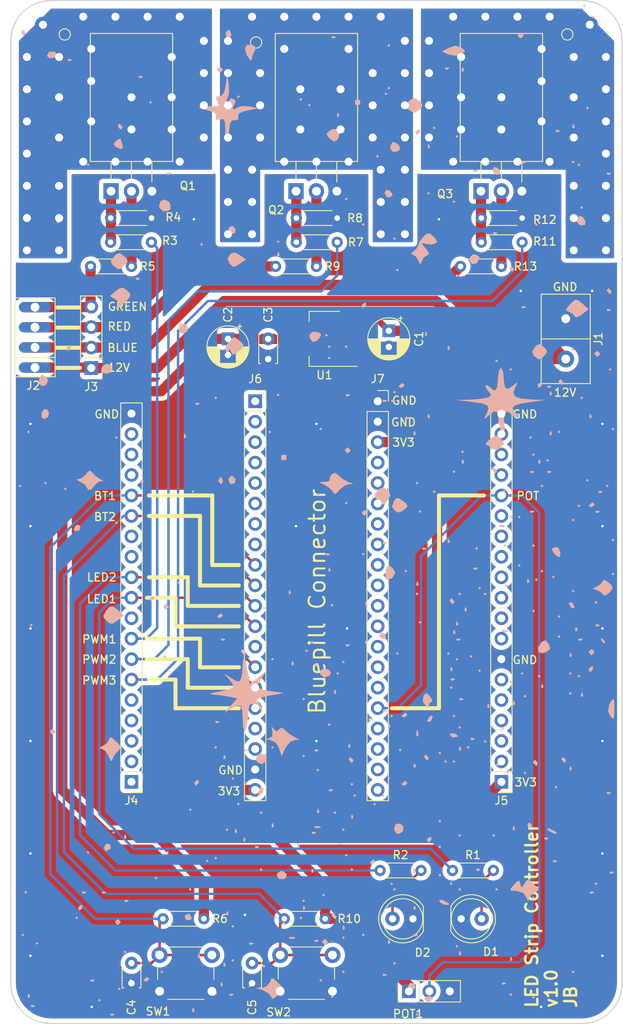
<source format=kicad_pcb>
(kicad_pcb (version 20171130) (host pcbnew "(5.1.6)-1")
  (layers (0 F.Cu signal) (31 B.Cu signal) (34 B.Paste user) (35 F.Paste user) (36 B.SilkS user) (37 F.SilkS user) (38 B.Mask user) (39 F.Mask user) (44 Edge.Cuts user))
  (net 0 "")
  (net 1 GND)
  (net 2 +12V)
  (net 3 +3V3)
  (net 4 /BT1)
  (net 5 /BT2)
  (net 6 "Net-(D1-Pad2)")
  (net 7 "Net-(D2-Pad2)")
  (net 8 /LED_B)
  (net 9 /LED_R)
  (net 10 /LED_G)
  (net 11 "Net-(J4-Pad1)")
  (net 12 "Net-(J4-Pad2)")
  (net 13 "Net-(J4-Pad3)")
  (net 14 "Net-(J4-Pad4)")
  (net 15 "Net-(J4-Pad5)")
  (net 16 /PWM1)
  (net 17 /PWM2)
  (net 18 /PWM3)
  (net 19 "Net-(J4-Pad9)")
  (net 20 /LED1)
  (net 21 /LED2)
  (net 22 "Net-(J4-Pad12)")
  (net 23 "Net-(J4-Pad13)")
  (net 24 "Net-(J4-Pad16)")
  (net 25 "Net-(J4-Pad17)")
  (net 26 "Net-(J4-Pad18)")
  (net 27 "Net-(J5-Pad18)")
  (net 28 "Net-(J5-Pad17)")
  (net 29 "Net-(J5-Pad16)")
  (net 30 /ADC1)
  (net 31 "Net-(J5-Pad14)")
  (net 32 "Net-(J5-Pad13)")
  (net 33 "Net-(J5-Pad12)")
  (net 34 "Net-(J5-Pad11)")
  (net 35 "Net-(J5-Pad10)")
  (net 36 "Net-(J5-Pad9)")
  (net 37 "Net-(J5-Pad8)")
  (net 38 "Net-(J5-Pad6)")
  (net 39 "Net-(J5-Pad5)")
  (net 40 "Net-(J5-Pad4)")
  (net 41 "Net-(J5-Pad3)")
  (net 42 "Net-(J5-Pad2)")
  (net 43 "Net-(Q1-Pad2)")
  (net 44 "Net-(Q1-Pad1)")
  (net 45 "Net-(Q2-Pad1)")
  (net 46 "Net-(Q2-Pad2)")
  (net 47 "Net-(Q3-Pad1)")
  (net 48 "Net-(Q3-Pad2)")
  (net 49 /thermal)
  (net 50 "Net-(J6-Pad18)")
  (net 51 "Net-(J6-Pad17)")
  (net 52 "Net-(J6-Pad13)")
  (net 53 "Net-(J6-Pad8)")
  (net 54 "Net-(J6-Pad7)")
  (net 55 "Net-(J6-Pad6)")
  (net 56 "Net-(J6-Pad5)")
  (net 57 "Net-(J6-Pad4)")
  (net 58 "Net-(J6-Pad3)")
  (net 59 "Net-(J6-Pad2)")
  (net 60 "Net-(J6-Pad1)")
  (net 61 "Net-(J7-Pad20)")
  (net 62 "Net-(J7-Pad19)")
  (net 63 "Net-(J7-Pad18)")
  (net 64 "Net-(J7-Pad17)")
  (net 65 "Net-(J7-Pad15)")
  (net 66 "Net-(J7-Pad14)")
  (net 67 "Net-(J7-Pad13)")
  (net 68 "Net-(J7-Pad12)")
  (net 69 "Net-(J7-Pad11)")
  (net 70 "Net-(J7-Pad10)")
  (net 71 "Net-(J7-Pad9)")
  (net 72 "Net-(J7-Pad8)")
  (net 73 "Net-(J7-Pad7)")
  (net 74 "Net-(J7-Pad6)")
  (net 75 "Net-(J7-Pad5)")
  (net 76 "Net-(J7-Pad4)")
  (module LED_Strip_Controller:sky (layer B.Cu) (at 119 87.9 180)
    (fp_text reference G*** hide)
    (fp_text value LOGO hide)
  )
  (module LED_Strip_Controller:alien (layer F.Cu) (at 89.9 138.9)
    (fp_text reference G*** hide)
    (fp_text value LOGO hide)
  )
  (module Connector_PinSocket_2.54mm:PinSocket_1x20_P2.54mm_Vertical (layer F.Cu) (at 126.62 74.74)
    (fp_text reference J7 (at 0 -2.77) (layer F.SilkS) (effects (font (thickness 0.16))))
    (fp_text value Conn_01x20_Male)
    (pad 20 thru_hole oval (at 0 48.26) (size 1.7 1.7) (drill 1) (layers *.Cu *.Mask) (net 61 "Net-(J7-Pad20)"))
    (pad 19 thru_hole oval (at 0 45.72) (size 1.7 1.7) (drill 1) (layers *.Cu *.Mask) (net 62 "Net-(J7-Pad19)"))
    (pad 18 thru_hole oval (at 0 43.18) (size 1.7 1.7) (drill 1) (layers *.Cu *.Mask) (net 63 "Net-(J7-Pad18)"))
    (pad 17 thru_hole oval (at 0 40.64) (size 1.7 1.7) (drill 1) (layers *.Cu *.Mask) (net 64 "Net-(J7-Pad17)"))
    (pad 16 thru_hole oval (at 0 38.1) (size 1.7 1.7) (drill 1) (layers *.Cu *.Mask) (net 30 /ADC1))
    (pad 15 thru_hole oval (at 0 35.56) (size 1.7 1.7) (drill 1) (layers *.Cu *.Mask) (net 65 "Net-(J7-Pad15)"))
    (pad 14 thru_hole oval (at 0 33.02) (size 1.7 1.7) (drill 1) (layers *.Cu *.Mask) (net 66 "Net-(J7-Pad14)"))
    (pad 13 thru_hole oval (at 0 30.48) (size 1.7 1.7) (drill 1) (layers *.Cu *.Mask) (net 67 "Net-(J7-Pad13)"))
    (pad 12 thru_hole oval (at 0 27.94) (size 1.7 1.7) (drill 1) (layers *.Cu *.Mask) (net 68 "Net-(J7-Pad12)"))
    (pad 11 thru_hole oval (at 0 25.4) (size 1.7 1.7) (drill 1) (layers *.Cu *.Mask) (net 69 "Net-(J7-Pad11)"))
    (pad 10 thru_hole oval (at 0 22.86) (size 1.7 1.7) (drill 1) (layers *.Cu *.Mask) (net 70 "Net-(J7-Pad10)"))
    (pad 9 thru_hole oval (at 0 20.32) (size 1.7 1.7) (drill 1) (layers *.Cu *.Mask) (net 71 "Net-(J7-Pad9)"))
    (pad 8 thru_hole oval (at 0 17.78) (size 1.7 1.7) (drill 1) (layers *.Cu *.Mask) (net 72 "Net-(J7-Pad8)"))
    (pad 7 thru_hole oval (at 0 15.24) (size 1.7 1.7) (drill 1) (layers *.Cu *.Mask) (net 73 "Net-(J7-Pad7)"))
    (pad 6 thru_hole oval (at 0 12.7) (size 1.7 1.7) (drill 1) (layers *.Cu *.Mask) (net 74 "Net-(J7-Pad6)"))
    (pad 5 thru_hole oval (at 0 10.16) (size 1.7 1.7) (drill 1) (layers *.Cu *.Mask) (net 75 "Net-(J7-Pad5)"))
    (pad 4 thru_hole oval (at 0 7.62) (size 1.7 1.7) (drill 1) (layers *.Cu *.Mask) (net 76 "Net-(J7-Pad4)"))
    (pad 3 thru_hole oval (at 0 5.08) (size 1.7 1.7) (drill 1) (layers *.Cu *.Mask) (net 3 +3V3))
    (pad 2 thru_hole oval (at 0 2.54) (size 1.7 1.7) (drill 1) (layers *.Cu *.Mask) (net 1 GND))
    (pad 1 thru_hole rect (at 0 0) (size 1.7 1.7) (drill 1) (layers *.Cu *.Mask) (net 1 GND))
  )
  (module Connector_PinSocket_2.54mm:PinSocket_1x20_P2.54mm_Vertical (layer F.Cu) (at 111.38 74.74)
    (fp_text reference J6 (at 0 -2.77) (layer F.SilkS) (effects (font (thickness 0.16))))
    (fp_text value Conn_01x20_Male)
    (pad 20 thru_hole oval (at 0 48.26) (size 1.7 1.7) (drill 1) (layers *.Cu *.Mask) (net 3 +3V3))
    (pad 19 thru_hole oval (at 0 45.72) (size 1.7 1.7) (drill 1) (layers *.Cu *.Mask) (net 1 GND))
    (pad 18 thru_hole oval (at 0 43.18) (size 1.7 1.7) (drill 1) (layers *.Cu *.Mask) (net 50 "Net-(J6-Pad18)"))
    (pad 17 thru_hole oval (at 0 40.64) (size 1.7 1.7) (drill 1) (layers *.Cu *.Mask) (net 51 "Net-(J6-Pad17)"))
    (pad 16 thru_hole oval (at 0 38.1) (size 1.7 1.7) (drill 1) (layers *.Cu *.Mask) (net 18 /PWM3))
    (pad 15 thru_hole oval (at 0 35.56) (size 1.7 1.7) (drill 1) (layers *.Cu *.Mask) (net 17 /PWM2))
    (pad 14 thru_hole oval (at 0 33.02) (size 1.7 1.7) (drill 1) (layers *.Cu *.Mask) (net 16 /PWM1))
    (pad 13 thru_hole oval (at 0 30.48) (size 1.7 1.7) (drill 1) (layers *.Cu *.Mask) (net 52 "Net-(J6-Pad13)"))
    (pad 12 thru_hole oval (at 0 27.94) (size 1.7 1.7) (drill 1) (layers *.Cu *.Mask) (net 20 /LED1))
    (pad 11 thru_hole oval (at 0 25.4) (size 1.7 1.7) (drill 1) (layers *.Cu *.Mask) (net 21 /LED2))
    (pad 10 thru_hole oval (at 0 22.86) (size 1.7 1.7) (drill 1) (layers *.Cu *.Mask) (net 5 /BT2))
    (pad 9 thru_hole oval (at 0 20.32) (size 1.7 1.7) (drill 1) (layers *.Cu *.Mask) (net 4 /BT1))
    (pad 8 thru_hole oval (at 0 17.78) (size 1.7 1.7) (drill 1) (layers *.Cu *.Mask) (net 53 "Net-(J6-Pad8)"))
    (pad 7 thru_hole oval (at 0 15.24) (size 1.7 1.7) (drill 1) (layers *.Cu *.Mask) (net 54 "Net-(J6-Pad7)"))
    (pad 6 thru_hole oval (at 0 12.7) (size 1.7 1.7) (drill 1) (layers *.Cu *.Mask) (net 55 "Net-(J6-Pad6)"))
    (pad 5 thru_hole oval (at 0 10.16) (size 1.7 1.7) (drill 1) (layers *.Cu *.Mask) (net 56 "Net-(J6-Pad5)"))
    (pad 4 thru_hole oval (at 0 7.62) (size 1.7 1.7) (drill 1) (layers *.Cu *.Mask) (net 57 "Net-(J6-Pad4)"))
    (pad 3 thru_hole oval (at 0 5.08) (size 1.7 1.7) (drill 1) (layers *.Cu *.Mask) (net 58 "Net-(J6-Pad3)"))
    (pad 2 thru_hole oval (at 0 2.54) (size 1.7 1.7) (drill 1) (layers *.Cu *.Mask) (net 59 "Net-(J6-Pad2)"))
    (pad 1 thru_hole rect (at 0 0) (size 1.7 1.7) (drill 1) (layers *.Cu *.Mask) (net 60 "Net-(J6-Pad1)"))
  )
  (module TestPoint:TestPoint_Pad_D1.0mm (layer F.Cu) (at 150.2 29.2)
    (fp_text reference H3 hide)
    (fp_text value MountingHole_Pad)
    (pad 1 smd circle (at 0 0) (size 1 1) (layers F.Cu F.Mask) (net 49 /thermal))
  )
  (module TestPoint:TestPoint_Pad_D1.0mm (layer F.Cu) (at 111.5 30.2)
    (fp_text reference H2 hide)
    (fp_text value MountingHole_Pad)
    (pad 1 smd circle (at 0 0) (size 1 1) (layers F.Cu F.Mask) (net 49 /thermal))
  )
  (module TestPoint:TestPoint_Pad_D1.0mm (layer F.Cu) (at 87.7 29.2)
    (fp_text reference H1 hide)
    (fp_text value MountingHole_Pad)
    (pad 1 smd circle (at 0 0) (size 1 1) (layers F.Cu F.Mask) (net 49 /thermal))
  )
  (module LED_Strip_Controller:SIP-4 (layer F.Cu) (at 84 66.81 90)
    (fp_text reference J2 (at -5.99 -0.2) (layer F.SilkS) (effects (font (thickness 0.16))))
    (fp_text value Conn_01x04_Male)
    (pad 4 thru_hole oval (at 3.75 0 90) (size 1.3 4) (drill 1.1) (layers *.Cu *.Mask) (net 10 /LED_G))
    (pad 3 thru_hole oval (at 1.25 0 90) (size 1.3 4) (drill 1.1) (layers *.Cu *.Mask) (net 9 /LED_R))
    (pad 2 thru_hole oval (at -1.25 0 90) (size 1.3 4) (drill 1.1) (layers *.Cu *.Mask) (net 8 /LED_B))
    (pad 1 thru_hole oval (at -3.75 0 90) (size 1.3 4) (drill 1.1) (layers *.Cu *.Mask) (net 2 +12V))
  )
  (module Capacitor_THT:CP_Radial_D5.0mm_P2.00mm (layer F.Cu) (at 128 66 270)
    (fp_text reference C1 (at 1 -3.75 90) (layer F.SilkS) (effects (font (thickness 0.16))))
    (fp_text value CP)
    (pad 2 thru_hole circle (at 2 0 270) (size 1.6 1.6) (drill 0.8) (layers *.Cu *.Mask) (net 1 GND))
    (pad 1 thru_hole rect (at 0 0 270) (size 1.6 1.6) (drill 0.8) (layers *.Cu *.Mask) (net 2 +12V))
  )
  (module Capacitor_THT:CP_Radial_D5.0mm_P2.00mm (layer F.Cu) (at 108 67 270)
    (fp_text reference C2 (at -3 0 90) (layer F.SilkS) (effects (font (thickness 0.16))))
    (fp_text value CP)
    (pad 1 thru_hole rect (at 0 0 270) (size 1.6 1.6) (drill 0.8) (layers *.Cu *.Mask) (net 3 +3V3))
    (pad 2 thru_hole circle (at 2 0 270) (size 1.6 1.6) (drill 0.8) (layers *.Cu *.Mask) (net 1 GND))
  )
  (module Capacitor_THT:C_Disc_D3.4mm_W2.1mm_P2.50mm (layer F.Cu) (at 113 67 270)
    (fp_text reference C3 (at -3 0 90) (layer F.SilkS) (effects (font (thickness 0.16))))
    (fp_text value C)
    (pad 1 thru_hole circle (at 0 0 270) (size 1.6 1.6) (drill 0.8) (layers *.Cu *.Mask) (net 3 +3V3))
    (pad 2 thru_hole circle (at 2.5 0 270) (size 1.6 1.6) (drill 0.8) (layers *.Cu *.Mask) (net 1 GND))
  )
  (module Capacitor_THT:C_Disc_D3.4mm_W2.1mm_P2.50mm (layer F.Cu) (at 96 144.5 270)
    (fp_text reference C4 (at 5.5 0 90) (layer F.SilkS) (effects (font (thickness 0.16))))
    (fp_text value C)
    (pad 1 thru_hole circle (at 0 0 270) (size 1.6 1.6) (drill 0.8) (layers *.Cu *.Mask) (net 4 /BT1))
    (pad 2 thru_hole circle (at 2.5 0 270) (size 1.6 1.6) (drill 0.8) (layers *.Cu *.Mask) (net 1 GND))
  )
  (module Capacitor_THT:C_Disc_D3.4mm_W2.1mm_P2.50mm (layer F.Cu) (at 111 144.5 270)
    (fp_text reference C5 (at 5.5 0 90) (layer F.SilkS) (effects (font (thickness 0.16))))
    (fp_text value C)
    (pad 2 thru_hole circle (at 2.5 0 270) (size 1.6 1.6) (drill 0.8) (layers *.Cu *.Mask) (net 1 GND))
    (pad 1 thru_hole circle (at 0 0 270) (size 1.6 1.6) (drill 0.8) (layers *.Cu *.Mask) (net 5 /BT2))
  )
  (module LED_THT:LED_D5.0mm (layer F.Cu) (at 137 139)
    (fp_text reference D1 (at 3.7 4.1) (layer F.SilkS) (effects (font (thickness 0.16))))
    (fp_text value LED)
    (pad 2 thru_hole circle (at 2.54 0) (size 1.8 1.8) (drill 0.9) (layers *.Cu *.Mask) (net 6 "Net-(D1-Pad2)"))
    (pad 1 thru_hole rect (at 0 0) (size 1.8 1.8) (drill 0.9) (layers *.Cu *.Mask) (net 1 GND))
  )
  (module LED_THT:LED_D5.0mm (layer F.Cu) (at 131 139 180)
    (fp_text reference D2 (at -1.2 -4.2) (layer F.SilkS) (effects (font (thickness 0.16))))
    (fp_text value LED)
    (pad 1 thru_hole rect (at 0 0 180) (size 1.8 1.8) (drill 0.9) (layers *.Cu *.Mask) (net 1 GND))
    (pad 2 thru_hole circle (at 2.54 0 180) (size 1.8 1.8) (drill 0.9) (layers *.Cu *.Mask) (net 7 "Net-(D2-Pad2)"))
  )
  (module LED_Strip_Controller:SIP-2 (layer F.Cu) (at 150 67 90)
    (fp_text reference J1 (at 0 4.05 90) (layer F.SilkS) (effects (font (thickness 0.16))))
    (fp_text value Conn_01x02_Male)
    (pad 1 thru_hole circle (at -2.5 0 90) (size 2.1 2.1) (drill 1.1) (layers *.Cu *.Mask) (net 2 +12V))
    (pad 2 thru_hole circle (at 2.5 0 90) (size 2.1 2.1) (drill 1.1) (layers *.Cu *.Mask) (net 1 GND))
  )
  (module Connector_PinHeader_2.54mm:PinHeader_1x04_P2.54mm_Vertical (layer F.Cu) (at 91 70.62 180)
    (fp_text reference J3 (at 0 -2.33) (layer F.SilkS) (effects (font (thickness 0.16))))
    (fp_text value Conn_01x04_Male)
    (pad 1 thru_hole rect (at 0 0 180) (size 1.7 1.7) (drill 1) (layers *.Cu *.Mask) (net 2 +12V))
    (pad 2 thru_hole oval (at 0 2.54 180) (size 1.7 1.7) (drill 1) (layers *.Cu *.Mask) (net 8 /LED_B))
    (pad 3 thru_hole oval (at 0 5.08 180) (size 1.7 1.7) (drill 1) (layers *.Cu *.Mask) (net 9 /LED_R))
    (pad 4 thru_hole oval (at 0 7.62 180) (size 1.7 1.7) (drill 1) (layers *.Cu *.Mask) (net 10 /LED_G))
  )
  (module Connector_PinHeader_2.54mm:PinHeader_1x19_P2.54mm_Vertical (layer F.Cu) (at 96 122 180)
    (fp_text reference J4 (at 0 -2.33) (layer F.SilkS) (effects (font (thickness 0.16))))
    (fp_text value Conn_01x19_Male)
    (pad 1 thru_hole rect (at 0 0 180) (size 1.7 1.7) (drill 1) (layers *.Cu *.Mask) (net 11 "Net-(J4-Pad1)"))
    (pad 2 thru_hole oval (at 0 2.54 180) (size 1.7 1.7) (drill 1) (layers *.Cu *.Mask) (net 12 "Net-(J4-Pad2)"))
    (pad 3 thru_hole oval (at 0 5.08 180) (size 1.7 1.7) (drill 1) (layers *.Cu *.Mask) (net 13 "Net-(J4-Pad3)"))
    (pad 4 thru_hole oval (at 0 7.62 180) (size 1.7 1.7) (drill 1) (layers *.Cu *.Mask) (net 14 "Net-(J4-Pad4)"))
    (pad 5 thru_hole oval (at 0 10.16 180) (size 1.7 1.7) (drill 1) (layers *.Cu *.Mask) (net 15 "Net-(J4-Pad5)"))
    (pad 6 thru_hole oval (at 0 12.7 180) (size 1.7 1.7) (drill 1) (layers *.Cu *.Mask) (net 18 /PWM3))
    (pad 7 thru_hole oval (at 0 15.24 180) (size 1.7 1.7) (drill 1) (layers *.Cu *.Mask) (net 17 /PWM2))
    (pad 8 thru_hole oval (at 0 17.78 180) (size 1.7 1.7) (drill 1) (layers *.Cu *.Mask) (net 16 /PWM1))
    (pad 9 thru_hole oval (at 0 20.32 180) (size 1.7 1.7) (drill 1) (layers *.Cu *.Mask) (net 19 "Net-(J4-Pad9)"))
    (pad 10 thru_hole oval (at 0 22.86 180) (size 1.7 1.7) (drill 1) (layers *.Cu *.Mask) (net 20 /LED1))
    (pad 11 thru_hole oval (at 0 25.4 180) (size 1.7 1.7) (drill 1) (layers *.Cu *.Mask) (net 21 /LED2))
    (pad 12 thru_hole oval (at 0 27.94 180) (size 1.7 1.7) (drill 1) (layers *.Cu *.Mask) (net 22 "Net-(J4-Pad12)"))
    (pad 13 thru_hole oval (at 0 30.48 180) (size 1.7 1.7) (drill 1) (layers *.Cu *.Mask) (net 23 "Net-(J4-Pad13)"))
    (pad 14 thru_hole oval (at 0 33.02 180) (size 1.7 1.7) (drill 1) (layers *.Cu *.Mask) (net 5 /BT2))
    (pad 15 thru_hole oval (at 0 35.56 180) (size 1.7 1.7) (drill 1) (layers *.Cu *.Mask) (net 4 /BT1))
    (pad 16 thru_hole oval (at 0 38.1 180) (size 1.7 1.7) (drill 1) (layers *.Cu *.Mask) (net 24 "Net-(J4-Pad16)"))
    (pad 17 thru_hole oval (at 0 40.64 180) (size 1.7 1.7) (drill 1) (layers *.Cu *.Mask) (net 25 "Net-(J4-Pad17)"))
    (pad 18 thru_hole oval (at 0 43.18 180) (size 1.7 1.7) (drill 1) (layers *.Cu *.Mask) (net 26 "Net-(J4-Pad18)"))
    (pad 19 thru_hole oval (at 0 45.72 180) (size 1.7 1.7) (drill 1) (layers *.Cu *.Mask) (net 1 GND))
  )
  (module Connector_PinHeader_2.54mm:PinHeader_1x19_P2.54mm_Vertical (layer F.Cu) (at 142 122 180)
    (fp_text reference J5 (at 0 -2.33) (layer F.SilkS) (effects (font (thickness 0.16))))
    (fp_text value Conn_01x19_Male)
    (pad 19 thru_hole oval (at 0 45.72 180) (size 1.7 1.7) (drill 1) (layers *.Cu *.Mask) (net 1 GND))
    (pad 18 thru_hole oval (at 0 43.18 180) (size 1.7 1.7) (drill 1) (layers *.Cu *.Mask) (net 27 "Net-(J5-Pad18)"))
    (pad 17 thru_hole oval (at 0 40.64 180) (size 1.7 1.7) (drill 1) (layers *.Cu *.Mask) (net 28 "Net-(J5-Pad17)"))
    (pad 16 thru_hole oval (at 0 38.1 180) (size 1.7 1.7) (drill 1) (layers *.Cu *.Mask) (net 29 "Net-(J5-Pad16)"))
    (pad 15 thru_hole oval (at 0 35.56 180) (size 1.7 1.7) (drill 1) (layers *.Cu *.Mask) (net 30 /ADC1))
    (pad 14 thru_hole oval (at 0 33.02 180) (size 1.7 1.7) (drill 1) (layers *.Cu *.Mask) (net 31 "Net-(J5-Pad14)"))
    (pad 13 thru_hole oval (at 0 30.48 180) (size 1.7 1.7) (drill 1) (layers *.Cu *.Mask) (net 32 "Net-(J5-Pad13)"))
    (pad 12 thru_hole oval (at 0 27.94 180) (size 1.7 1.7) (drill 1) (layers *.Cu *.Mask) (net 33 "Net-(J5-Pad12)"))
    (pad 11 thru_hole oval (at 0 25.4 180) (size 1.7 1.7) (drill 1) (layers *.Cu *.Mask) (net 34 "Net-(J5-Pad11)"))
    (pad 10 thru_hole oval (at 0 22.86 180) (size 1.7 1.7) (drill 1) (layers *.Cu *.Mask) (net 35 "Net-(J5-Pad10)"))
    (pad 9 thru_hole oval (at 0 20.32 180) (size 1.7 1.7) (drill 1) (layers *.Cu *.Mask) (net 36 "Net-(J5-Pad9)"))
    (pad 8 thru_hole oval (at 0 17.78 180) (size 1.7 1.7) (drill 1) (layers *.Cu *.Mask) (net 37 "Net-(J5-Pad8)"))
    (pad 7 thru_hole oval (at 0 15.24 180) (size 1.7 1.7) (drill 1) (layers *.Cu *.Mask) (net 1 GND))
    (pad 6 thru_hole oval (at 0 12.7 180) (size 1.7 1.7) (drill 1) (layers *.Cu *.Mask) (net 38 "Net-(J5-Pad6)"))
    (pad 5 thru_hole oval (at 0 10.16 180) (size 1.7 1.7) (drill 1) (layers *.Cu *.Mask) (net 39 "Net-(J5-Pad5)"))
    (pad 4 thru_hole oval (at 0 7.62 180) (size 1.7 1.7) (drill 1) (layers *.Cu *.Mask) (net 40 "Net-(J5-Pad4)"))
    (pad 3 thru_hole oval (at 0 5.08 180) (size 1.7 1.7) (drill 1) (layers *.Cu *.Mask) (net 41 "Net-(J5-Pad3)"))
    (pad 2 thru_hole oval (at 0 2.54 180) (size 1.7 1.7) (drill 1) (layers *.Cu *.Mask) (net 42 "Net-(J5-Pad2)"))
    (pad 1 thru_hole rect (at 0 0 180) (size 1.7 1.7) (drill 1) (layers *.Cu *.Mask) (net 3 +3V3))
  )
  (module Resistor_THT:R_Axial_DIN0204_L3.6mm_D1.6mm_P5.08mm_Horizontal (layer F.Cu) (at 135.92 133)
    (fp_text reference R1 (at 2.54 -1.92) (layer F.SilkS) (effects (font (thickness 0.16))))
    (fp_text value R)
    (pad 1 thru_hole circle (at 0 0) (size 1.4 1.4) (drill 0.7) (layers *.Cu *.Mask) (net 20 /LED1))
    (pad 2 thru_hole oval (at 5.08 0) (size 1.4 1.4) (drill 0.7) (layers *.Cu *.Mask) (net 6 "Net-(D1-Pad2)"))
  )
  (module Resistor_THT:R_Axial_DIN0204_L3.6mm_D1.6mm_P5.08mm_Horizontal (layer F.Cu) (at 126.92 133)
    (fp_text reference R2 (at 2.54 -1.92) (layer F.SilkS) (effects (font (thickness 0.16))))
    (fp_text value R)
    (pad 2 thru_hole oval (at 5.08 0) (size 1.4 1.4) (drill 0.7) (layers *.Cu *.Mask) (net 7 "Net-(D2-Pad2)"))
    (pad 1 thru_hole circle (at 0 0) (size 1.4 1.4) (drill 0.7) (layers *.Cu *.Mask) (net 21 /LED2))
  )
  (module Resistor_THT:R_Axial_DIN0204_L3.6mm_D1.6mm_P5.08mm_Horizontal (layer F.Cu) (at 93.4 55)
    (fp_text reference R3 (at 7.38 -0.2) (layer F.SilkS) (effects (font (thickness 0.16))))
    (fp_text value R)
    (pad 1 thru_hole circle (at 0 0) (size 1.4 1.4) (drill 0.7) (layers *.Cu *.Mask) (net 44 "Net-(Q1-Pad1)"))
    (pad 2 thru_hole oval (at 5.08 0) (size 1.4 1.4) (drill 0.7) (layers *.Cu *.Mask) (net 16 /PWM1))
  )
  (module Resistor_THT:R_Axial_DIN0204_L3.6mm_D1.6mm_P5.08mm_Horizontal (layer F.Cu) (at 98.5 52 180)
    (fp_text reference R4 (at -2.7 0.1) (layer F.SilkS) (effects (font (thickness 0.16))))
    (fp_text value R)
    (pad 1 thru_hole circle (at 0 0 180) (size 1.4 1.4) (drill 0.7) (layers *.Cu *.Mask) (net 1 GND))
    (pad 2 thru_hole oval (at 5.08 0 180) (size 1.4 1.4) (drill 0.7) (layers *.Cu *.Mask) (net 44 "Net-(Q1-Pad1)"))
  )
  (module Resistor_THT:R_Axial_DIN0204_L3.6mm_D1.6mm_P5.08mm_Horizontal (layer F.Cu) (at 90.92 58)
    (fp_text reference R5 (at 7.08 0) (layer F.SilkS) (effects (font (thickness 0.16))))
    (fp_text value R)
    (pad 1 thru_hole circle (at 0 0) (size 1.4 1.4) (drill 0.7) (layers *.Cu *.Mask) (net 10 /LED_G))
    (pad 2 thru_hole oval (at 5.08 0) (size 1.4 1.4) (drill 0.7) (layers *.Cu *.Mask) (net 43 "Net-(Q1-Pad2)"))
  )
  (module Resistor_THT:R_Axial_DIN0204_L3.6mm_D1.6mm_P5.08mm_Horizontal (layer F.Cu) (at 105 139 180)
    (fp_text reference R6 (at -2 0) (layer F.SilkS) (effects (font (thickness 0.16))))
    (fp_text value R)
    (pad 2 thru_hole oval (at 5.08 0 180) (size 1.4 1.4) (drill 0.7) (layers *.Cu *.Mask) (net 4 /BT1))
    (pad 1 thru_hole circle (at 0 0 180) (size 1.4 1.4) (drill 0.7) (layers *.Cu *.Mask) (net 3 +3V3))
  )
  (module Resistor_THT:R_Axial_DIN0204_L3.6mm_D1.6mm_P5.08mm_Horizontal (layer F.Cu) (at 116.5 55)
    (fp_text reference R7 (at 7.4 0) (layer F.SilkS) (effects (font (thickness 0.16))))
    (fp_text value R)
    (pad 1 thru_hole circle (at 0 0) (size 1.4 1.4) (drill 0.7) (layers *.Cu *.Mask) (net 45 "Net-(Q2-Pad1)"))
    (pad 2 thru_hole oval (at 5.08 0) (size 1.4 1.4) (drill 0.7) (layers *.Cu *.Mask) (net 17 /PWM2))
  )
  (module Resistor_THT:R_Axial_DIN0204_L3.6mm_D1.6mm_P5.08mm_Horizontal (layer F.Cu) (at 121.58 52 180)
    (fp_text reference R8 (at -2.22 0) (layer F.SilkS) (effects (font (thickness 0.16))))
    (fp_text value R)
    (pad 2 thru_hole oval (at 5.08 0 180) (size 1.4 1.4) (drill 0.7) (layers *.Cu *.Mask) (net 45 "Net-(Q2-Pad1)"))
    (pad 1 thru_hole circle (at 0 0 180) (size 1.4 1.4) (drill 0.7) (layers *.Cu *.Mask) (net 1 GND))
  )
  (module Resistor_THT:R_Axial_DIN0204_L3.6mm_D1.6mm_P5.08mm_Horizontal (layer F.Cu) (at 113.92 58)
    (fp_text reference R9 (at 7.08 0) (layer F.SilkS) (effects (font (thickness 0.16))))
    (fp_text value R)
    (pad 1 thru_hole circle (at 0 0) (size 1.4 1.4) (drill 0.7) (layers *.Cu *.Mask) (net 9 /LED_R))
    (pad 2 thru_hole oval (at 5.08 0) (size 1.4 1.4) (drill 0.7) (layers *.Cu *.Mask) (net 46 "Net-(Q2-Pad2)"))
  )
  (module Resistor_THT:R_Axial_DIN0204_L3.6mm_D1.6mm_P5.08mm_Horizontal (layer F.Cu) (at 120.08 139 180)
    (fp_text reference R10 (at -3 0) (layer F.SilkS) (effects (font (thickness 0.16))))
    (fp_text value R)
    (pad 2 thru_hole oval (at 5.08 0 180) (size 1.4 1.4) (drill 0.7) (layers *.Cu *.Mask) (net 5 /BT2))
    (pad 1 thru_hole circle (at 0 0 180) (size 1.4 1.4) (drill 0.7) (layers *.Cu *.Mask) (net 3 +3V3))
  )
  (module Resistor_THT:R_Axial_DIN0204_L3.6mm_D1.6mm_P5.08mm_Horizontal (layer F.Cu) (at 139.5 55)
    (fp_text reference R11 (at 7.9 -0.1) (layer F.SilkS) (effects (font (thickness 0.16))))
    (fp_text value R)
    (pad 2 thru_hole oval (at 5.08 0) (size 1.4 1.4) (drill 0.7) (layers *.Cu *.Mask) (net 18 /PWM3))
    (pad 1 thru_hole circle (at 0 0) (size 1.4 1.4) (drill 0.7) (layers *.Cu *.Mask) (net 47 "Net-(Q3-Pad1)"))
  )
  (module Resistor_THT:R_Axial_DIN0204_L3.6mm_D1.6mm_P5.08mm_Horizontal (layer F.Cu) (at 144.58 52 180)
    (fp_text reference R12 (at -2.82 -0.2) (layer F.SilkS) (effects (font (thickness 0.16))))
    (fp_text value R)
    (pad 2 thru_hole oval (at 5.08 0 180) (size 1.4 1.4) (drill 0.7) (layers *.Cu *.Mask) (net 47 "Net-(Q3-Pad1)"))
    (pad 1 thru_hole circle (at 0 0 180) (size 1.4 1.4) (drill 0.7) (layers *.Cu *.Mask) (net 1 GND))
  )
  (module Resistor_THT:R_Axial_DIN0204_L3.6mm_D1.6mm_P5.08mm_Horizontal (layer F.Cu) (at 136.92 58)
    (fp_text reference R13 (at 8.08 0) (layer F.SilkS) (effects (font (thickness 0.16))))
    (fp_text value R)
    (pad 1 thru_hole circle (at 0 0) (size 1.4 1.4) (drill 0.7) (layers *.Cu *.Mask) (net 8 /LED_B))
    (pad 2 thru_hole oval (at 5.08 0) (size 1.4 1.4) (drill 0.7) (layers *.Cu *.Mask) (net 48 "Net-(Q3-Pad2)"))
  )
  (module Connector_PinHeader_2.54mm:PinHeader_1x03_P2.54mm_Vertical (layer F.Cu) (at 130.5 148 90)
    (fp_text reference POT1 (at -2.8 -0.1 180) (layer F.SilkS) (effects (font (thickness 0.16))))
    (fp_text value R_POT)
    (pad 1 thru_hole rect (at 0 0 90) (size 1.7 1.7) (drill 1) (layers *.Cu *.Mask) (net 3 +3V3))
    (pad 2 thru_hole oval (at 0 2.54 90) (size 1.7 1.7) (drill 1) (layers *.Cu *.Mask) (net 30 /ADC1))
    (pad 3 thru_hole oval (at 0 5.08 90) (size 1.7 1.7) (drill 1) (layers *.Cu *.Mask) (net 1 GND))
  )
  (module Package_TO_SOT_SMD:SOT-223-3_TabPin2 (layer F.Cu) (at 120 67 180)
    (fp_text reference U1 (at 0 -4.5) (layer F.SilkS) (effects (font (thickness 0.16))))
    (fp_text value LM1117-3.3)
    (pad 2 smd rect (at 3.15 0 180) (size 2 3.8) (layers F.Cu F.Paste F.Mask) (net 3 +3V3))
    (pad 2 smd rect (at -3.15 0 180) (size 2 1.5) (layers F.Cu F.Paste F.Mask) (net 3 +3V3))
    (pad 3 smd rect (at -3.15 2.3 180) (size 2 1.5) (layers F.Cu F.Paste F.Mask) (net 2 +12V))
    (pad 1 smd rect (at -3.15 -2.3 180) (size 2 1.5) (layers F.Cu F.Paste F.Mask) (net 1 GND))
  )
  (module Button_Switch_THT:SW_PUSH_6mm_H7.3mm (layer F.Cu) (at 106 148 180)
    (fp_text reference SW1 (at 6.7 -2.5) (layer F.SilkS) (effects (font (thickness 0.16))))
    (fp_text value SW_Push_Dual)
    (pad 2 thru_hole circle (at 0 4.5 270) (size 2 2) (drill 1.1) (layers *.Cu *.Mask) (net 4 /BT1))
    (pad 1 thru_hole circle (at 0 0 270) (size 2 2) (drill 1.1) (layers *.Cu *.Mask) (net 1 GND))
    (pad 2 thru_hole circle (at 6.5 4.5 270) (size 2 2) (drill 1.1) (layers *.Cu *.Mask) (net 4 /BT1))
    (pad 1 thru_hole circle (at 6.5 0 270) (size 2 2) (drill 1.1) (layers *.Cu *.Mask) (net 1 GND))
  )
  (module Button_Switch_THT:SW_PUSH_6mm_H7.3mm (layer F.Cu) (at 121 148 180)
    (fp_text reference SW2 (at 6.7 -2.6) (layer F.SilkS) (effects (font (thickness 0.16))))
    (fp_text value SW_Push_Dual)
    (pad 1 thru_hole circle (at 6.5 0 270) (size 2 2) (drill 1.1) (layers *.Cu *.Mask) (net 1 GND))
    (pad 2 thru_hole circle (at 6.5 4.5 270) (size 2 2) (drill 1.1) (layers *.Cu *.Mask) (net 5 /BT2))
    (pad 1 thru_hole circle (at 0 0 270) (size 2 2) (drill 1.1) (layers *.Cu *.Mask) (net 1 GND))
    (pad 2 thru_hole circle (at 0 4.5 270) (size 2 2) (drill 1.1) (layers *.Cu *.Mask) (net 5 /BT2))
  )
  (module LED_Strip_Controller:TO-220-3_Horizontal_TabDown (layer F.Cu) (at 93.46 48.66)
    (fp_text reference Q1 (at 9.54 -0.66) (layer F.SilkS) (effects (font (thickness 0.16))))
    (fp_text value TIP41A)
    (pad 1 thru_hole rect (at 0 0) (size 1.905 2) (drill 1.1) (layers *.Cu *.Mask) (net 44 "Net-(Q1-Pad1)"))
    (pad 2 thru_hole oval (at 2.54 0) (size 1.905 2) (drill 1.1) (layers *.Cu *.Mask) (net 43 "Net-(Q1-Pad2)"))
    (pad 3 thru_hole oval (at 5.08 0) (size 1.905 2) (drill 1.1) (layers *.Cu *.Mask) (net 1 GND))
  )
  (module LED_Strip_Controller:TO-220-3_Horizontal_TabDown (layer F.Cu) (at 116.46 48.66)
    (fp_text reference Q2 (at -2.46 2.34) (layer F.SilkS) (effects (font (thickness 0.16))))
    (fp_text value TIP41A)
    (pad 1 thru_hole rect (at 0 0) (size 1.905 2) (drill 1.1) (layers *.Cu *.Mask) (net 45 "Net-(Q2-Pad1)"))
    (pad 2 thru_hole oval (at 2.54 0) (size 1.905 2) (drill 1.1) (layers *.Cu *.Mask) (net 46 "Net-(Q2-Pad2)"))
    (pad 3 thru_hole oval (at 5.08 0) (size 1.905 2) (drill 1.1) (layers *.Cu *.Mask) (net 1 GND))
  )
  (module LED_Strip_Controller:TO-220-3_Horizontal_TabDown (layer F.Cu) (at 139.46 48.66)
    (fp_text reference Q3 (at -4.46 0.34) (layer F.SilkS) (effects (font (thickness 0.16))))
    (fp_text value TIP41A)
    (pad 3 thru_hole oval (at 5.08 0) (size 1.905 2) (drill 1.1) (layers *.Cu *.Mask) (net 1 GND))
    (pad 2 thru_hole oval (at 2.54 0) (size 1.905 2) (drill 1.1) (layers *.Cu *.Mask) (net 48 "Net-(Q3-Pad2)"))
    (pad 1 thru_hole rect (at 0 0) (size 1.905 2) (drill 1.1) (layers *.Cu *.Mask) (net 47 "Net-(Q3-Pad1)"))
  )
  (gr_line (start 86.7 70.6) (end 89.6 70.6) (layer F.SilkS) (width 0.5))
  (gr_line (start 86.7 68.1) (end 89.5 68.1) (layer F.SilkS) (width 0.5))
  (gr_line (start 89.3 63.1) (end 89.5 63.1) (layer F.SilkS) (width 0.5))
  (gr_line (start 86.8 65.6) (end 89.4 65.6) (layer F.SilkS) (width 0.5))
  (gr_line (start 86.8 63.1) (end 89.3 63.1) (layer F.SilkS) (width 0.5))
  (gr_text GREEN (at 95.5 63) (layer F.SilkS) (effects (font (size 1 1) (thickness 0.16))))
  (gr_text RED (at 94.5 65.46) (layer F.SilkS) (effects (font (size 1 1) (thickness 0.16))))
  (gr_text BLUE (at 94.9 68.1) (layer F.SilkS) (effects (font (size 1 1) (thickness 0.16))))
  (gr_text 12V (at 94.43 70.56) (layer F.SilkS) (effects (font (size 1 1) (thickness 0.16))))
  (gr_text GND (at 149.93 60.56) (layer F.SilkS) (effects (font (size 1 1) (thickness 0.16))))
  (gr_text 12V (at 149.93 73.66) (layer F.SilkS) (effects (font (size 1 1) (thickness 0.16))))
  (gr_text GND (at 108.33 120.56) (layer F.SilkS) (effects (font (size 1 1) (thickness 0.16))))
  (gr_text GND (at 129.83 77.36) (layer F.SilkS) (effects (font (size 1 1) (thickness 0.16))))
  (gr_text GND (at 129.93 74.66) (layer F.SilkS) (effects (font (size 1 1) (thickness 0.16))))
  (gr_text 3V3 (at 108.13 123.16) (layer F.SilkS) (effects (font (size 1 1) (thickness 0.16))))
  (gr_text 3V3 (at 129.83 79.86) (layer F.SilkS) (effects (font (size 1 1) (thickness 0.16))))
  (gr_text GND (at 144.93 76.36) (layer F.SilkS) (effects (font (size 1 1) (thickness 0.16))))
  (gr_text GND (at 144.93 106.86) (layer F.SilkS) (effects (font (size 1 1) (thickness 0.16))))
  (gr_text 3V3 (at 145.03 122.06) (layer F.SilkS) (effects (font (size 1 1) (thickness 0.16))))
  (gr_text GND (at 92.93 76.36) (layer F.SilkS) (effects (font (size 1 1) (thickness 0.16))))
  (gr_line (start 134.24 112.856) (end 128.398 112.856) (layer F.SilkS) (width 0.5))
  (gr_line (start 134.24 86.44) (end 134.24 112.856) (layer F.SilkS) (width 0.5))
  (gr_line (start 139.828 86.44) (end 134.24 86.44) (layer F.SilkS) (width 0.5))
  (gr_line (start 106.046 95.076) (end 109.348 95.076) (layer F.SilkS) (width 0.5))
  (gr_line (start 106.046 86.44) (end 106.046 95.076) (layer F.SilkS) (width 0.5))
  (gr_line (start 98.172 86.44) (end 106.046 86.44) (layer F.SilkS) (width 0.5))
  (gr_line (start 104.522 97.616) (end 109.348 97.616) (layer F.SilkS) (width 0.5))
  (gr_line (start 104.522 88.98) (end 104.522 97.616) (layer F.SilkS) (width 0.5))
  (gr_line (start 101.474 88.98) (end 104.522 88.98) (layer F.SilkS) (width 0.5))
  (gr_line (start 98.172 88.98) (end 101.474 88.98) (layer F.SilkS) (width 0.5))
  (gr_line (start 102.998 100.156) (end 109.348 100.156) (layer F.SilkS) (width 0.5))
  (gr_line (start 102.998 96.6) (end 102.998 100.156) (layer F.SilkS) (width 0.5))
  (gr_line (start 98.172 96.6) (end 102.998 96.6) (layer F.SilkS) (width 0.5))
  (gr_line (start 101.474 102.696) (end 109.348 102.696) (layer F.SilkS) (width 0.5))
  (gr_line (start 101.474 99.14) (end 101.474 102.696) (layer F.SilkS) (width 0.5))
  (gr_line (start 97.918 99.14) (end 101.474 99.14) (layer F.SilkS) (width 0.5))
  (gr_line (start 104.522 107.776) (end 109.348 107.776) (layer F.SilkS) (width 0.5))
  (gr_line (start 104.522 104.22) (end 104.522 107.776) (layer F.SilkS) (width 0.5))
  (gr_line (start 97.918 104.22) (end 104.522 104.22) (layer F.SilkS) (width 0.5))
  (gr_line (start 102.998 110.316) (end 109.348 110.316) (layer F.SilkS) (width 0.5))
  (gr_line (start 102.998 106.76) (end 102.998 110.316) (layer F.SilkS) (width 0.5))
  (gr_line (start 97.918 106.76) (end 102.998 106.76) (layer F.SilkS) (width 0.5))
  (gr_line (start 101.474 112.856) (end 109.348 112.856) (layer F.SilkS) (width 0.5))
  (gr_line (start 101.474 109.3) (end 101.474 112.856) (layer F.SilkS) (width 0.5))
  (gr_line (start 98.172 109.3) (end 101.474 109.3) (layer F.SilkS) (width 0.5))
  (gr_text "LED Strip Controller\nv1.0\nJB" (at 148.2 150.2 90) (layer F.SilkS) (effects (font (size 1.5 1.5) (thickness 0.3)) (justify left)))
  (gr_text POT (at 145.3 86.5) (layer F.SilkS) (effects (font (size 1 1) (thickness 0.16))))
  (gr_text PWM3 (at 92 109.4) (layer F.SilkS) (effects (font (size 1 1) (thickness 0.16))))
  (gr_text PWM2 (at 92 106.8) (layer F.SilkS) (effects (font (size 1 1) (thickness 0.16))))
  (gr_text PWM1 (at 92 104.3) (layer F.SilkS) (effects (font (size 1 1) (thickness 0.16))))
  (gr_text LED1 (at 92.3 99.3) (layer F.SilkS) (effects (font (size 1 1) (thickness 0.16))))
  (gr_text LED2 (at 92.3 96.6) (layer F.SilkS) (effects (font (size 1 1) (thickness 0.16))))
  (gr_text BT2 (at 92.7 89.1) (layer F.SilkS) (effects (font (size 1 1) (thickness 0.16))))
  (gr_text BT1 (at 92.7 86.5) (layer F.SilkS) (effects (font (size 1 1) (thickness 0.16))))
  (gr_text "Bluepill Connector" (at 119.1 99.6 90) (layer F.SilkS) (effects (font (size 2 2) (thickness 0.25))))
  (gr_line (start 152 152) (end 86 152) (layer Edge.Cuts) (width 0.15))
  (gr_arc (start 86 147) (end 81 147) (angle -90) (layer Edge.Cuts) (width 0.15))
  (gr_arc (start 86 30) (end 86 25) (angle -90) (layer Edge.Cuts) (width 0.15))
  (gr_line (start 86 25) (end 152 25) (layer Edge.Cuts) (width 0.15))
  (gr_arc (start 152 30) (end 157 30) (angle -90) (layer Edge.Cuts) (width 0.15))
  (gr_line (start 81 147) (end 81 30) (layer Edge.Cuts) (width 0.15))
  (gr_line (start 157 30) (end 157 147) (layer Edge.Cuts) (width 0.15))
  (gr_arc (start 152 147) (end 152 152) (angle -90) (layer Edge.Cuts) (width 0.15))
  (segment (start 128 68) (end 126.7 69.3) (width 1.27) (layer F.Cu) (net 1))
  (segment (start 126.7 69.3) (end 123.15 69.3) (width 1.27) (layer F.Cu) (net 1))
  (segment (start 113 69.5) (end 113.6 70.1) (width 1.27) (layer F.Cu) (net 1))
  (segment (start 122.35 70.1) (end 123.15 69.3) (width 1.27) (layer F.Cu) (net 1))
  (segment (start 113.6 70.1) (end 122.35 70.1) (width 1.27) (layer F.Cu) (net 1))
  (segment (start 112.5 69) (end 113 69.5) (width 1.27) (layer F.Cu) (net 1))
  (segment (start 108 69) (end 112.5 69) (width 1.27) (layer F.Cu) (net 1))
  (segment (start 98.54 51.96) (end 98.5 52) (width 1.27) (layer F.Cu) (net 1))
  (segment (start 98.54 48.66) (end 98.54 51.96) (width 1.27) (layer F.Cu) (net 1))
  (segment (start 121.54 51.96) (end 121.58 52) (width 1.27) (layer F.Cu) (net 1))
  (segment (start 121.54 48.66) (end 121.54 51.96) (width 1.27) (layer F.Cu) (net 1))
  (segment (start 144.54 51.96) (end 144.58 52) (width 1.27) (layer F.Cu) (net 1))
  (segment (start 144.54 48.66) (end 144.54 51.96) (width 1.27) (layer F.Cu) (net 1))
  (via (at 83.44 77.55) (size 0.6) (drill 0.3) (layers F.Cu B.Cu) (net 1))
  (via (at 83.44 90.25) (size 0.6) (drill 0.3) (layers F.Cu B.Cu) (net 1))
  (via (at 83.44 102.95) (size 0.6) (drill 0.3) (layers F.Cu B.Cu) (net 1))
  (via (at 83.44 116.92) (size 0.6) (drill 0.3) (layers F.Cu B.Cu) (net 1))
  (via (at 83.44 130.89) (size 0.6) (drill 0.3) (layers F.Cu B.Cu) (net 1))
  (via (at 83.44 143.59) (size 0.6) (drill 0.3) (layers F.Cu B.Cu) (net 1))
  (via (at 91.06 149.94) (size 0.6) (drill 0.3) (layers F.Cu B.Cu) (net 1))
  (via (at 146.94 149.94) (size 0.6) (drill 0.3) (layers F.Cu B.Cu) (net 1))
  (via (at 154.56 143.59) (size 0.6) (drill 0.3) (layers F.Cu B.Cu) (net 1))
  (via (at 154.56 130.89) (size 0.6) (drill 0.3) (layers F.Cu B.Cu) (net 1))
  (via (at 154.56 116.92) (size 0.6) (drill 0.3) (layers F.Cu B.Cu) (net 1))
  (via (at 154.56 102.95) (size 0.6) (drill 0.3) (layers F.Cu B.Cu) (net 1))
  (via (at 154.56 90.25) (size 0.6) (drill 0.3) (layers F.Cu B.Cu) (net 1))
  (via (at 154.56 77.55) (size 0.6) (drill 0.3) (layers F.Cu B.Cu) (net 1))
  (via (at 119 77.55) (size 0.6) (drill 0.3) (layers F.Cu B.Cu) (net 1))
  (via (at 116.46 90.25) (size 0.6) (drill 0.3) (layers F.Cu B.Cu) (net 1))
  (via (at 122.81 102.95) (size 0.6) (drill 0.3) (layers F.Cu B.Cu) (net 1))
  (via (at 119 116.92) (size 0.6) (drill 0.3) (layers F.Cu B.Cu) (net 1))
  (via (at 110.11 138.51) (size 0.6) (drill 0.3) (layers F.Cu B.Cu) (net 1))
  (via (at 103.76 52.15) (size 0.6) (drill 0.3) (layers F.Cu B.Cu) (net 1))
  (via (at 134.24 52.15) (size 0.6) (drill 0.3) (layers F.Cu B.Cu) (net 1))
  (via (at 144.4 61.04) (size 0.6) (drill 0.3) (layers F.Cu B.Cu) (net 1))
  (via (at 153.29 61.04) (size 0.6) (drill 0.3) (layers F.Cu B.Cu) (net 1))
  (segment (start 90.94 70.56) (end 91 70.62) (width 1.27) (layer F.Cu) (net 2))
  (segment (start 84 70.56) (end 90.94 70.56) (width 1.27) (layer F.Cu) (net 2))
  (segment (start 150 69.5) (end 147.6 67.1) (width 1.27) (layer F.Cu) (net 2))
  (segment (start 147.6 67.1) (end 138.7 67.1) (width 1.27) (layer F.Cu) (net 2))
  (segment (start 138.7 67.1) (end 133.9 62.3) (width 1.27) (layer F.Cu) (net 2))
  (segment (start 133.9 62.3) (end 107.5 62.3) (width 1.27) (layer F.Cu) (net 2))
  (segment (start 99.18 70.62) (end 91 70.62) (width 1.27) (layer F.Cu) (net 2))
  (segment (start 107.5 62.3) (end 99.18 70.62) (width 1.27) (layer F.Cu) (net 2))
  (segment (start 150 69.5) (end 137 69.5) (width 1.27) (layer F.Cu) (net 2))
  (segment (start 133.5 66) (end 128 66) (width 1.27) (layer F.Cu) (net 2))
  (segment (start 137 69.5) (end 133.5 66) (width 1.27) (layer F.Cu) (net 2))
  (segment (start 126.7 64.7) (end 123.15 64.7) (width 0.762) (layer F.Cu) (net 2))
  (segment (start 128 66) (end 126.7 64.7) (width 0.762) (layer F.Cu) (net 2))
  (segment (start 123.15 67) (end 116.85 67) (width 1.27) (layer F.Cu) (net 3))
  (segment (start 116.85 67) (end 113 67) (width 1.27) (layer F.Cu) (net 3))
  (segment (start 108 67) (end 113 67) (width 1.27) (layer F.Cu) (net 3))
  (segment (start 108 67) (end 106.2 67) (width 1.27) (layer F.Cu) (net 3))
  (segment (start 106.2 67) (end 99.7 73.5) (width 1.27) (layer F.Cu) (net 3))
  (segment (start 99.7 73.5) (end 91.1 73.5) (width 1.27) (layer F.Cu) (net 3))
  (segment (start 91.1 73.5) (end 87.4 77.2) (width 1.27) (layer F.Cu) (net 3))
  (segment (start 87.4 77.2) (end 87.4 123) (width 1.27) (layer F.Cu) (net 3))
  (segment (start 87.4 123) (end 93 128.6) (width 1.27) (layer F.Cu) (net 3))
  (segment (start 135.4 128.6) (end 142 122) (width 1.27) (layer F.Cu) (net 3))
  (segment (start 105 134.5) (end 99.1 128.6) (width 1.27) (layer F.Cu) (net 3))
  (segment (start 105 139) (end 105 134.5) (width 1.27) (layer F.Cu) (net 3))
  (segment (start 93 128.6) (end 99.1 128.6) (width 1.27) (layer F.Cu) (net 3))
  (segment (start 120.08 134.98) (end 113.7 128.6) (width 1.27) (layer F.Cu) (net 3))
  (segment (start 120.08 139) (end 120.08 134.98) (width 1.27) (layer F.Cu) (net 3))
  (segment (start 130.5 148) (end 130.5 147.3) (width 1.27) (layer F.Cu) (net 3))
  (segment (start 122.2 139) (end 120.08 139) (width 1.27) (layer F.Cu) (net 3))
  (segment (start 130.5 147.3) (end 122.2 139) (width 1.27) (layer F.Cu) (net 3))
  (segment (start 109.2 123) (end 103.6 128.6) (width 1.27) (layer F.Cu) (net 3))
  (segment (start 111.38 123) (end 109.2 123) (width 1.27) (layer F.Cu) (net 3))
  (segment (start 99.1 128.6) (end 103.6 128.6) (width 1.27) (layer F.Cu) (net 3))
  (segment (start 103.6 128.6) (end 113.7 128.6) (width 1.27) (layer F.Cu) (net 3))
  (segment (start 129.6 128.6) (end 135.4 128.6) (width 1.27) (layer F.Cu) (net 3))
  (segment (start 113.7 128.6) (end 129.6 128.6) (width 1.27) (layer F.Cu) (net 3))
  (segment (start 130.82 79.82) (end 126.62 79.82) (width 1.27) (layer F.Cu) (net 3))
  (segment (start 134 83) (end 130.82 79.82) (width 1.27) (layer F.Cu) (net 3))
  (segment (start 129.6 128.6) (end 134 124.2) (width 1.27) (layer F.Cu) (net 3))
  (segment (start 134 124.2) (end 134 83) (width 1.27) (layer F.Cu) (net 3))
  (segment (start 99.5 143.5) (end 106 143.5) (width 0.3048) (layer F.Cu) (net 4))
  (segment (start 98.500001 144.499999) (end 99.5 143.5) (width 0.3048) (layer F.Cu) (net 4))
  (segment (start 96 144.5) (end 98.500001 144.499999) (width 0.3048) (layer F.Cu) (net 4))
  (segment (start 99.5 139.42) (end 99.92 139) (width 0.3048) (layer F.Cu) (net 4))
  (segment (start 99.5 143.5) (end 99.5 139.42) (width 0.3048) (layer F.Cu) (net 4))
  (segment (start 92.36 86.44) (end 96 86.44) (width 0.3048) (layer B.Cu) (net 4))
  (segment (start 85.9 92.9) (end 92.36 86.44) (width 0.3048) (layer B.Cu) (net 4))
  (segment (start 85.9 133.414191) (end 85.9 92.9) (width 0.3048) (layer B.Cu) (net 4))
  (segment (start 99.92 139) (end 91.485809 139) (width 0.3048) (layer B.Cu) (net 4))
  (segment (start 91.485809 139) (end 85.9 133.414191) (width 0.3048) (layer B.Cu) (net 4))
  (segment (start 102.76 86.44) (end 111.38 95.06) (width 0.3048) (layer F.Cu) (net 4))
  (segment (start 96 86.44) (end 102.76 86.44) (width 0.3048) (layer F.Cu) (net 4))
  (segment (start 113.500001 144.499999) (end 114.5 143.5) (width 0.3048) (layer F.Cu) (net 5))
  (segment (start 111 144.5) (end 113.500001 144.499999) (width 0.3048) (layer F.Cu) (net 5))
  (segment (start 114.5 139.5) (end 115 139) (width 0.3048) (layer F.Cu) (net 5))
  (segment (start 114.5 143.5) (end 114.5 139.5) (width 0.3048) (layer F.Cu) (net 5))
  (segment (start 114.5 143.5) (end 121 143.5) (width 0.3048) (layer F.Cu) (net 5))
  (segment (start 115 139) (end 111.9 135.9) (width 0.3048) (layer B.Cu) (net 5))
  (segment (start 111.9 135.9) (end 92.8 135.9) (width 0.3048) (layer B.Cu) (net 5))
  (segment (start 92.8 135.9) (end 87.6 130.7) (width 0.3048) (layer B.Cu) (net 5))
  (segment (start 87.6 130.7) (end 87.6 96.4) (width 0.3048) (layer B.Cu) (net 5))
  (segment (start 95.02 88.98) (end 96 88.98) (width 0.3048) (layer B.Cu) (net 5))
  (segment (start 87.6 96.4) (end 95.02 88.98) (width 0.3048) (layer B.Cu) (net 5))
  (segment (start 102.76 88.98) (end 111.38 97.6) (width 0.3048) (layer F.Cu) (net 5))
  (segment (start 96 88.98) (end 102.76 88.98) (width 0.3048) (layer F.Cu) (net 5))
  (segment (start 139.54 134.46) (end 141 133) (width 0.3048) (layer F.Cu) (net 6))
  (segment (start 139.54 139) (end 139.54 134.46) (width 0.3048) (layer F.Cu) (net 6))
  (segment (start 128.46 136.54) (end 132 133) (width 0.3048) (layer F.Cu) (net 7))
  (segment (start 128.46 139) (end 128.46 136.54) (width 0.3048) (layer F.Cu) (net 7))
  (segment (start 90.98 68.06) (end 91 68.08) (width 1.27) (layer F.Cu) (net 8))
  (segment (start 84 68.06) (end 90.98 68.06) (width 1.27) (layer F.Cu) (net 8))
  (segment (start 91 68.08) (end 97.92 68.08) (width 1.27) (layer F.Cu) (net 8))
  (segment (start 97.92 68.08) (end 105.7 60.3) (width 1.27) (layer F.Cu) (net 8))
  (segment (start 134.62 60.3) (end 136.92 58) (width 1.27) (layer F.Cu) (net 8))
  (segment (start 105.7 60.3) (end 134.62 60.3) (width 1.27) (layer F.Cu) (net 8))
  (segment (start 90.98 65.56) (end 91 65.54) (width 1.27) (layer F.Cu) (net 9))
  (segment (start 84 65.56) (end 90.98 65.56) (width 1.27) (layer F.Cu) (net 9))
  (segment (start 91 65.54) (end 96.86 65.54) (width 1.27) (layer F.Cu) (net 9))
  (segment (start 104.4 58) (end 113.92 58) (width 1.27) (layer F.Cu) (net 9))
  (segment (start 96.86 65.54) (end 104.4 58) (width 1.27) (layer F.Cu) (net 9))
  (segment (start 90.94 63.06) (end 91 63) (width 1.27) (layer F.Cu) (net 10))
  (segment (start 84 63.06) (end 90.94 63.06) (width 1.27) (layer F.Cu) (net 10))
  (segment (start 90.92 62.92) (end 91 63) (width 1.27) (layer F.Cu) (net 10))
  (segment (start 90.92 58) (end 90.92 62.92) (width 1.27) (layer F.Cu) (net 10))
  (segment (start 98.48 55) (end 99.2 55.72) (width 0.3048) (layer B.Cu) (net 16))
  (segment (start 99.2 55.72) (end 99.2 102.9) (width 0.3048) (layer B.Cu) (net 16))
  (segment (start 97.88 104.22) (end 96 104.22) (width 0.3048) (layer B.Cu) (net 16))
  (segment (start 99.2 102.9) (end 97.88 104.22) (width 0.3048) (layer B.Cu) (net 16))
  (segment (start 107.84 104.22) (end 111.38 107.76) (width 0.3048) (layer F.Cu) (net 16))
  (segment (start 96 104.22) (end 107.84 104.22) (width 0.3048) (layer F.Cu) (net 16))
  (segment (start 121.58 55) (end 121.58 59.12) (width 0.3048) (layer B.Cu) (net 17))
  (segment (start 121.58 59.12) (end 119.6 61.1) (width 0.3048) (layer B.Cu) (net 17))
  (segment (start 104.2 61.1) (end 100.6 64.7) (width 0.3048) (layer B.Cu) (net 17))
  (segment (start 119.6 61.1) (end 104.2 61.1) (width 0.3048) (layer B.Cu) (net 17))
  (segment (start 100.6 64.7) (end 100.6 105) (width 0.3048) (layer B.Cu) (net 17))
  (segment (start 98.84 106.76) (end 96 106.76) (width 0.3048) (layer B.Cu) (net 17))
  (segment (start 100.6 105) (end 98.84 106.76) (width 0.3048) (layer B.Cu) (net 17))
  (segment (start 107.84 106.76) (end 96 106.76) (width 0.3048) (layer F.Cu) (net 17))
  (segment (start 111.38 110.3) (end 107.84 106.76) (width 0.3048) (layer F.Cu) (net 17))
  (segment (start 144.58 55) (end 144.58 58.62) (width 0.3048) (layer B.Cu) (net 18))
  (segment (start 144.58 58.62) (end 140.9 62.3) (width 0.3048) (layer B.Cu) (net 18))
  (segment (start 140.9 62.3) (end 105.5 62.3) (width 0.3048) (layer B.Cu) (net 18))
  (segment (start 105.5 62.3) (end 101.8 66) (width 0.3048) (layer B.Cu) (net 18))
  (segment (start 101.8 66) (end 101.8 106.7) (width 0.3048) (layer B.Cu) (net 18))
  (segment (start 99.2 109.3) (end 96 109.3) (width 0.3048) (layer B.Cu) (net 18))
  (segment (start 101.8 106.7) (end 99.2 109.3) (width 0.3048) (layer B.Cu) (net 18))
  (segment (start 107.84 109.3) (end 111.38 112.84) (width 0.3048) (layer F.Cu) (net 18))
  (segment (start 96 109.3) (end 107.84 109.3) (width 0.3048) (layer F.Cu) (net 18))
  (segment (start 135.92 133) (end 133.22 130.3) (width 0.3048) (layer B.Cu) (net 20))
  (segment (start 133.22 130.3) (end 96.3 130.3) (width 0.3048) (layer B.Cu) (net 20))
  (segment (start 96.3 130.3) (end 92 126) (width 0.3048) (layer B.Cu) (net 20))
  (segment (start 92 126) (end 92 101) (width 0.3048) (layer B.Cu) (net 20))
  (segment (start 93.86 99.14) (end 96 99.14) (width 0.3048) (layer B.Cu) (net 20))
  (segment (start 92 101) (end 93.86 99.14) (width 0.3048) (layer B.Cu) (net 20))
  (segment (start 107.84 99.14) (end 111.38 102.68) (width 0.3048) (layer F.Cu) (net 20))
  (segment (start 96 99.14) (end 107.84 99.14) (width 0.3048) (layer F.Cu) (net 20))
  (segment (start 126.92 133) (end 94 133) (width 0.3048) (layer B.Cu) (net 21))
  (segment (start 94 133) (end 89.6 128.6) (width 0.3048) (layer B.Cu) (net 21))
  (segment (start 89.6 128.6) (end 89.6 99.9) (width 0.3048) (layer B.Cu) (net 21))
  (segment (start 92.9 96.6) (end 96 96.6) (width 0.3048) (layer B.Cu) (net 21))
  (segment (start 89.6 99.9) (end 92.9 96.6) (width 0.3048) (layer B.Cu) (net 21))
  (segment (start 107.84 96.6) (end 111.38 100.14) (width 0.3048) (layer F.Cu) (net 21))
  (segment (start 96 96.6) (end 107.84 96.6) (width 0.3048) (layer F.Cu) (net 21))
  (segment (start 133.04 148) (end 133.04 146.06) (width 0.3048) (layer B.Cu) (net 30))
  (segment (start 133.04 146.06) (end 134.7 144.4) (width 0.3048) (layer B.Cu) (net 30))
  (segment (start 134.7 144.4) (end 144.2 144.4) (width 0.3048) (layer B.Cu) (net 30))
  (segment (start 144.2 144.4) (end 146.7 141.9) (width 0.3048) (layer B.Cu) (net 30))
  (segment (start 146.7 141.9) (end 146.7 88.6) (width 0.3048) (layer B.Cu) (net 30))
  (segment (start 144.54 86.44) (end 142 86.44) (width 0.3048) (layer B.Cu) (net 30))
  (segment (start 146.7 88.6) (end 144.54 86.44) (width 0.3048) (layer B.Cu) (net 30))
  (segment (start 142 86.44) (end 139.56 86.44) (width 0.3048) (layer B.Cu) (net 30))
  (segment (start 139.56 86.44) (end 132 94) (width 0.3048) (layer B.Cu) (net 30))
  (segment (start 132 94) (end 132 110) (width 0.3048) (layer B.Cu) (net 30))
  (segment (start 129.16 112.84) (end 126.62 112.84) (width 0.3048) (layer B.Cu) (net 30))
  (segment (start 132 110) (end 129.16 112.84) (width 0.3048) (layer B.Cu) (net 30))
  (segment (start 96 58) (end 96 48.66) (width 1.27) (layer F.Cu) (net 43))
  (segment (start 93.46 54.94) (end 93.4 55) (width 1.27) (layer F.Cu) (net 44))
  (segment (start 93.46 48.66) (end 93.46 54.94) (width 1.27) (layer F.Cu) (net 44))
  (segment (start 116.5 48.7) (end 116.46 48.66) (width 1.27) (layer F.Cu) (net 45))
  (segment (start 116.5 55) (end 116.5 48.7) (width 1.27) (layer F.Cu) (net 45))
  (segment (start 119 58) (end 119 48.66) (width 1.27) (layer F.Cu) (net 46))
  (segment (start 139.46 54.96) (end 139.5 55) (width 1.27) (layer F.Cu) (net 47))
  (segment (start 139.46 48.66) (end 139.46 54.96) (width 1.27) (layer F.Cu) (net 47))
  (segment (start 142 58) (end 142 48.66) (width 1.27) (layer F.Cu) (net 48))
  (via (at 83 56) (size 2) (drill 1) (layers F.Cu B.Cu) (net 49))
  (via (at 87 56) (size 2) (drill 1) (layers F.Cu B.Cu) (net 49))
  (via (at 83 52) (size 2) (drill 1) (layers F.Cu B.Cu) (net 49))
  (via (at 83 48) (size 2) (drill 1) (layers F.Cu B.Cu) (net 49))
  (via (at 83 44) (size 2) (drill 1) (layers F.Cu B.Cu) (net 49))
  (via (at 83 40) (size 2) (drill 1) (layers F.Cu B.Cu) (net 49))
  (via (at 83 36) (size 2) (drill 1) (layers F.Cu B.Cu) (net 49))
  (via (at 83 32) (size 2) (drill 1) (layers F.Cu B.Cu) (net 49))
  (via (at 85 28) (size 2) (drill 1) (layers F.Cu B.Cu) (net 49))
  (via (at 90 27) (size 2) (drill 1) (layers F.Cu B.Cu) (net 49))
  (via (at 94 27) (size 2) (drill 1) (layers F.Cu B.Cu) (net 49))
  (via (at 98 27) (size 2) (drill 1) (layers F.Cu B.Cu) (net 49))
  (via (at 102 27) (size 2) (drill 1) (layers F.Cu B.Cu) (net 49))
  (via (at 105 30) (size 2) (drill 1) (layers F.Cu B.Cu) (net 49))
  (via (at 105 34) (size 2) (drill 1) (layers F.Cu B.Cu) (net 49))
  (via (at 105 38) (size 2) (drill 1) (layers F.Cu B.Cu) (net 49))
  (via (at 105 42) (size 2) (drill 1) (layers F.Cu B.Cu) (net 49))
  (via (at 102 45) (size 2) (drill 1) (layers F.Cu B.Cu) (net 49))
  (via (at 98 45) (size 2) (drill 1) (layers F.Cu B.Cu) (net 49))
  (via (at 94 45) (size 2) (drill 1) (layers F.Cu B.Cu) (net 49))
  (via (at 90 45) (size 2) (drill 1) (layers F.Cu B.Cu) (net 49))
  (via (at 87 48) (size 2) (drill 1) (layers F.Cu B.Cu) (net 49))
  (via (at 87 52) (size 2) (drill 1) (layers F.Cu B.Cu) (net 49))
  (via (at 87 42) (size 2) (drill 1) (layers F.Cu B.Cu) (net 49))
  (via (at 87 37) (size 2) (drill 1) (layers F.Cu B.Cu) (net 49))
  (via (at 87 32) (size 2) (drill 1) (layers F.Cu B.Cu) (net 49))
  (via (at 91 31) (size 2) (drill 1) (layers F.Cu B.Cu) (net 49))
  (via (at 91 35) (size 2) (drill 1) (layers F.Cu B.Cu) (net 49))
  (via (at 91 40) (size 2) (drill 1) (layers F.Cu B.Cu) (net 49))
  (via (at 96 41) (size 2) (drill 1) (layers F.Cu B.Cu) (net 49))
  (via (at 101 41) (size 2) (drill 1) (layers F.Cu B.Cu) (net 49))
  (via (at 96 37) (size 2) (drill 1) (layers F.Cu B.Cu) (net 49))
  (via (at 101 37) (size 2) (drill 1) (layers F.Cu B.Cu) (net 49))
  (via (at 101 32) (size 2) (drill 1) (layers F.Cu B.Cu) (net 49))
  (via (at 133 38) (size 2) (drill 1) (layers F.Cu B.Cu) (net 49))
  (via (at 144 45) (size 2) (drill 1) (layers F.Cu B.Cu) (net 49))
  (via (at 142 41) (size 2) (drill 1) (layers F.Cu B.Cu) (net 49))
  (via (at 151 42) (size 2) (drill 1) (layers F.Cu B.Cu) (net 49))
  (via (at 147 31) (size 2) (drill 1) (layers F.Cu B.Cu) (net 49))
  (via (at 137 37) (size 2) (drill 1) (layers F.Cu B.Cu) (net 49))
  (via (at 140 27) (size 2) (drill 1) (layers F.Cu B.Cu) (net 49))
  (via (at 151 37) (size 2) (drill 1) (layers F.Cu B.Cu) (net 49))
  (via (at 136 45) (size 2) (drill 1) (layers F.Cu B.Cu) (net 49))
  (via (at 137 41) (size 2) (drill 1) (layers F.Cu B.Cu) (net 49))
  (via (at 133 34) (size 2) (drill 1) (layers F.Cu B.Cu) (net 49))
  (via (at 155 44) (size 2) (drill 1) (layers F.Cu B.Cu) (net 49))
  (via (at 151 32) (size 2) (drill 1) (layers F.Cu B.Cu) (net 49))
  (via (at 136 27) (size 2) (drill 1) (layers F.Cu B.Cu) (net 49))
  (via (at 140 45) (size 2) (drill 1) (layers F.Cu B.Cu) (net 49))
  (via (at 155 32) (size 2) (drill 1) (layers F.Cu B.Cu) (net 49))
  (via (at 147 40) (size 2) (drill 1) (layers F.Cu B.Cu) (net 49))
  (via (at 142 37) (size 2) (drill 1) (layers F.Cu B.Cu) (net 49))
  (via (at 148 27) (size 2) (drill 1) (layers F.Cu B.Cu) (net 49))
  (via (at 144 27) (size 2) (drill 1) (layers F.Cu B.Cu) (net 49))
  (via (at 155 40) (size 2) (drill 1) (layers F.Cu B.Cu) (net 49))
  (via (at 137 32) (size 2) (drill 1) (layers F.Cu B.Cu) (net 49))
  (via (at 133 30) (size 2) (drill 1) (layers F.Cu B.Cu) (net 49))
  (via (at 133 42) (size 2) (drill 1) (layers F.Cu B.Cu) (net 49))
  (via (at 155 36) (size 2) (drill 1) (layers F.Cu B.Cu) (net 49))
  (via (at 148 45) (size 2) (drill 1) (layers F.Cu B.Cu) (net 49))
  (via (at 147 35) (size 2) (drill 1) (layers F.Cu B.Cu) (net 49))
  (via (at 153 28) (size 2) (drill 1) (layers F.Cu B.Cu) (net 49))
  (via (at 155 52) (size 2) (drill 1) (layers F.Cu B.Cu) (net 49))
  (via (at 151 48) (size 2) (drill 1) (layers F.Cu B.Cu) (net 49))
  (via (at 155 48) (size 2) (drill 1) (layers F.Cu B.Cu) (net 49))
  (via (at 155 56) (size 2) (drill 1) (layers F.Cu B.Cu) (net 49))
  (via (at 151 56) (size 2) (drill 1) (layers F.Cu B.Cu) (net 49))
  (via (at 151 52) (size 2) (drill 1) (layers F.Cu B.Cu) (net 49))
  (via (at 108 54) (size 2) (drill 1) (layers F.Cu B.Cu) (net 49))
  (via (at 111 54) (size 2) (drill 1) (layers F.Cu B.Cu) (net 49))
  (via (at 108 50) (size 2) (drill 1) (layers F.Cu B.Cu) (net 49))
  (via (at 108 46) (size 2) (drill 1) (layers F.Cu B.Cu) (net 49))
  (via (at 108 42) (size 2) (drill 1) (layers F.Cu B.Cu) (net 49))
  (via (at 108 38) (size 2) (drill 1) (layers F.Cu B.Cu) (net 49))
  (via (at 108 34) (size 2) (drill 1) (layers F.Cu B.Cu) (net 49))
  (via (at 108 30) (size 2) (drill 1) (layers F.Cu B.Cu) (net 49))
  (via (at 111 27) (size 2) (drill 1) (layers F.Cu B.Cu) (net 49))
  (via (at 115 27) (size 2) (drill 1) (layers F.Cu B.Cu) (net 49))
  (via (at 119 27) (size 2) (drill 1) (layers F.Cu B.Cu) (net 49))
  (via (at 123 27) (size 2) (drill 1) (layers F.Cu B.Cu) (net 49))
  (via (at 127 27) (size 2) (drill 1) (layers F.Cu B.Cu) (net 49))
  (via (at 130 30) (size 2) (drill 1) (layers F.Cu B.Cu) (net 49))
  (via (at 130 34) (size 2) (drill 1) (layers F.Cu B.Cu) (net 49))
  (via (at 130 38) (size 2) (drill 1) (layers F.Cu B.Cu) (net 49))
  (via (at 130 42) (size 2) (drill 1) (layers F.Cu B.Cu) (net 49))
  (via (at 130 46) (size 2) (drill 1) (layers F.Cu B.Cu) (net 49))
  (via (at 130 50) (size 2) (drill 1) (layers F.Cu B.Cu) (net 49))
  (via (at 130 54) (size 2) (drill 1) (layers F.Cu B.Cu) (net 49))
  (via (at 127 54) (size 2) (drill 1) (layers F.Cu B.Cu) (net 49))
  (via (at 127 50) (size 2) (drill 1) (layers F.Cu B.Cu) (net 49))
  (via (at 127 46) (size 2) (drill 1) (layers F.Cu B.Cu) (net 49))
  (via (at 123 45) (size 2) (drill 1) (layers F.Cu B.Cu) (net 49))
  (via (at 119 45) (size 2) (drill 1) (layers F.Cu B.Cu) (net 49))
  (via (at 115 45) (size 2) (drill 1) (layers F.Cu B.Cu) (net 49))
  (via (at 111 50) (size 2) (drill 1) (layers F.Cu B.Cu) (net 49))
  (via (at 111 46) (size 2) (drill 1) (layers F.Cu B.Cu) (net 49))
  (via (at 112 42) (size 2) (drill 1) (layers F.Cu B.Cu) (net 49))
  (via (at 112 38) (size 2) (drill 1) (layers F.Cu B.Cu) (net 49))
  (via (at 112 34) (size 2) (drill 1) (layers F.Cu B.Cu) (net 49))
  (via (at 115 31) (size 2) (drill 1) (layers F.Cu B.Cu) (net 49))
  (via (at 123 31) (size 2) (drill 1) (layers F.Cu B.Cu) (net 49))
  (via (at 126 42) (size 2) (drill 1) (layers F.Cu B.Cu) (net 49))
  (via (at 126 38) (size 2) (drill 1) (layers F.Cu B.Cu) (net 49))
  (via (at 126 34) (size 2) (drill 1) (layers F.Cu B.Cu) (net 49))
  (via (at 117 41) (size 2) (drill 1) (layers F.Cu B.Cu) (net 49))
  (via (at 117 36) (size 2) (drill 1) (layers F.Cu B.Cu) (net 49))
  (via (at 122 36) (size 2) (drill 1) (layers F.Cu B.Cu) (net 49))
  (via (at 122 41) (size 2) (drill 1) (layers F.Cu B.Cu) (net 49))
  (zone (net 49) (net_name /thermal) (layer F.Cu) (priority 1) (connect_pads yes (clearance 0.55)) (min_thickness 0.254) (fill yes (arc_segments 32) (thermal_gap 0.55) (thermal_bridge_width 0.55) (smoothing fillet))
    (polygon (pts (xy 106 46) (xy 88 46) (xy 88 57) (xy 82 57) (xy 82 30) (xy 86 26) (xy 106 26)))
  )
  (zone (net 49) (net_name /thermal) (layer F.Cu) (priority 1) (connect_pads yes (clearance 0.55)) (min_thickness 0.254) (fill yes (arc_segments 32) (thermal_gap 0.55) (thermal_bridge_width 0.55) (smoothing fillet))
    (polygon (pts (xy 131 55) (xy 126 55) (xy 126 46) (xy 112 46) (xy 112 55) (xy 107 55) (xy 107 26) (xy 131 26)))
  )
  (zone (net 49) (net_name /thermal) (layer F.Cu) (priority 1) (connect_pads yes (clearance 0.55)) (min_thickness 0.254) (fill yes (arc_segments 32) (thermal_gap 0.55) (thermal_bridge_width 0.55) (smoothing fillet))
    (polygon (pts (xy 156 30) (xy 156 57) (xy 150 57) (xy 150 46) (xy 132 46) (xy 132 26) (xy 152 26)))
  )
  (zone (net 49) (net_name /thermal) (layer B.Cu) (priority 1) (connect_pads yes (clearance 0.55)) (min_thickness 0.254) (fill yes (arc_segments 32) (thermal_gap 0.55) (thermal_bridge_width 0.55) (smoothing fillet))
    (polygon (pts (xy 132 46) (xy 150 46) (xy 150 57) (xy 156 57) (xy 156 30) (xy 152 26) (xy 132 26)))
  )
  (zone (net 49) (net_name /thermal) (layer B.Cu) (priority 1) (connect_pads yes (clearance 0.55)) (min_thickness 0.254) (fill yes (arc_segments 32) (thermal_gap 0.55) (thermal_bridge_width 0.55) (smoothing fillet))
    (polygon (pts (xy 82 30) (xy 82 57) (xy 88 57) (xy 88 46) (xy 106 46) (xy 106 26) (xy 86 26)))
  )
  (zone (net 49) (net_name /thermal) (layer B.Cu) (priority 1) (connect_pads yes (clearance 0.55)) (min_thickness 0.254) (fill yes (arc_segments 32) (thermal_gap 0.55) (thermal_bridge_width 0.55) (smoothing fillet))
    (polygon (pts (xy 107 55) (xy 112 55) (xy 112 46) (xy 126 46) (xy 126 55) (xy 131 55) (xy 131 26) (xy 107 26)))
  )
  (zone (net 1) (net_name GND) (layer F.Cu) (connect_pads yes (clearance 0.55)) (min_thickness 0.254) (fill yes (arc_segments 32) (thermal_gap 0.55) (thermal_bridge_width 0.55) (smoothing fillet))
    (polygon (pts (xy 157 152) (xy 81 152) (xy 81 25) (xy 157 25)))
  )
  (zone (net 1) (net_name GND) (layer B.Cu) (connect_pads yes (clearance 0.55)) (min_thickness 0.254) (fill yes (arc_segments 32) (thermal_gap 0.55) (thermal_bridge_width 0.55) (smoothing fillet))
    (polygon (pts (xy 157 152) (xy 81 152) (xy 81 25) (xy 157 25)))
  )
)
</source>
